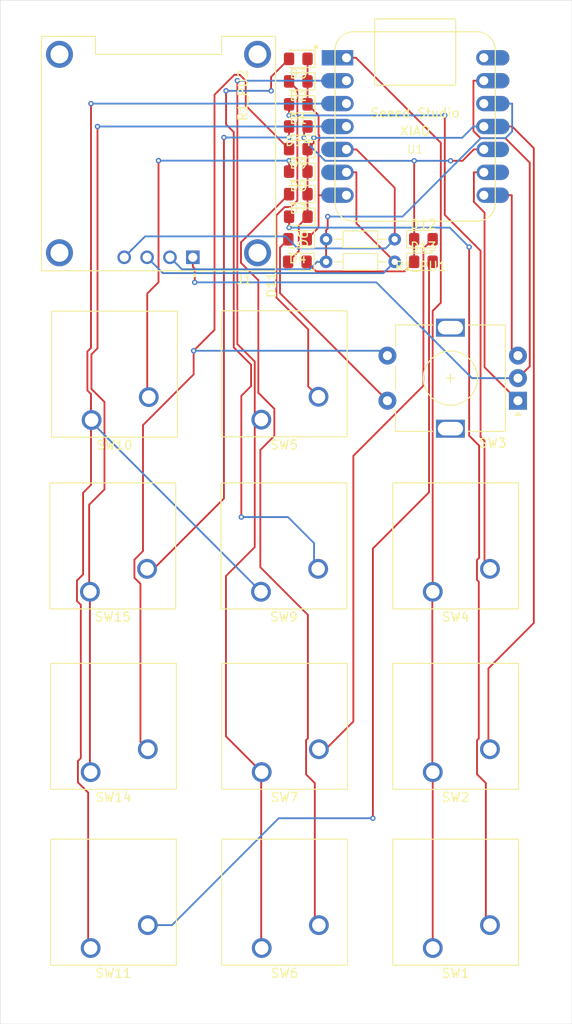
<source format=kicad_pcb>
(kicad_pcb (version 20241129) (generator "pcbnew") (generator_version "8.99")
  (layers (0 "F.Cu" signal) (2 "B.Cu" signal) (13 "F.Paste" user) (15 "B.Paste" user) (5 "F.SilkS" user "F.Silkscreen") (7 "B.SilkS" user "B.Silkscreen") (1 "F.Mask" user) (3 "B.Mask" user) (25 "Edge.Cuts" user))
  (net 0 "")
  (net 1 "ROW0")
  (net 2 "Net-(D1-A)")
  (net 3 "Net-(D2-A)")
  (net 4 "Net-(D3-A)")
  (net 5 "Net-(D4-A)")
  (net 6 "Net-(D6-A)")
  (net 7 "ROW1")
  (net 8 "Net-(D7-A)")
  (net 9 "Net-(D8-A)")
  (net 10 "Net-(D9-A)")
  (net 11 "ROW2")
  (net 12 "Net-(D12-A)")
  (net 13 "Net-(D13-A)")
  (net 14 "Net-(D14-A)")
  (net 15 "SCL")
  (net 16 "+3V3")
  (net 17 "SDA")
  (net 18 "COL0")
  (net 19 "COL1")
  (net 20 "COL2")
  (net 21 "COL3")
  (net 22 "GND")
  (net 23 "B")
  (net 24 "+5V")
  (net 25 "A")
  (footprint "Rotary_Encoder:RotaryEncoder_Alps_EC11E-Switch_Vertical_H20mm" (layer "F.Cu") (at 170 75.9 180)
    (property "Reference" "SW3" (at 2.8 -4.7 0) (layer "F.SilkS"))
    (property "Value" "RotaryEncoder_Switch")
    (pad "A" thru_hole rect (at 0 0 180) (size 2 2) (drill 1) (layers "*.Cu" "*.Mask") (net 25 "A"))
    (pad "B" thru_hole circle (at 0 5 180) (size 2 2) (drill 1) (layers "*.Cu" "*.Mask") (net 23 "B"))
    (pad "C" thru_hole circle (at 0 2.5 180) (size 2 2) (drill 1) (layers "*.Cu" "*.Mask") (net 22 "GND"))
    (pad "MP" thru_hole rect (at 7.5 -3.1 180) (size 3.2 2) (drill oval 2.8 1.5) (layers "*.Cu" "*.Mask"))
    (pad "MP" thru_hole rect (at 7.5 8.1 180) (size 3.2 2) (drill oval 2.8 1.5) (layers "*.Cu" "*.Mask"))
    (pad "S1" thru_hole circle (at 14.5 5 180) (size 2 2) (drill 1) (layers "*.Cu" "*.Mask") (net 10 "Net-(D9-A)"))
    (pad "S2" thru_hole circle (at 14.5 0 180) (size 2 2) (drill 1) (layers "*.Cu" "*.Mask") (net 5 "Net-(D4-A)"))
  )
  (footprint "Diode_SMD:D_0805_2012Metric_Pad1.15x1.40mm_HandSolder" (layer "F.Cu") (at 145.605 50.5 180)
    (property "Reference" "D8" (at 0 -1.65 0) (layer "F.SilkS"))
    (property "Value" "D")
    (pad "1" smd roundrect (at -1.025 0 180) (size 1.15 1.4) (layers "F.Cu" "F.Mask" "F.Paste") (roundrect_rratio 0.217391) (net 7 "ROW1"))
    (pad "2" smd roundrect (at 1.025 0 180) (size 1.15 1.4) (layers "F.Cu" "F.Mask" "F.Paste") (roundrect_rratio 0.217391) (net 9 "Net-(D8-A)"))
  )
  (footprint "Resistor_THT:R_Axial_DIN0204_L3.6mm_D1.6mm_P7.62mm_Horizontal" (layer "F.Cu") (at 156.31 60.5 180)
    (property "Reference" "R1_PU1" (at -2.88 -0.5 0) (layer "F.SilkS"))
    (property "Value" "4.7k")
    (pad "1" thru_hole circle (at 0 0 180) (size 1.4 1.4) (drill 0.7) (layers "*.Cu" "*.Mask") (net 15 "SCL"))
    (pad "2" thru_hole oval (at 7.62 0 180) (size 1.4 1.4) (drill 0.7) (layers "*.Cu" "*.Mask") (net 16 "+3V3"))
  )
  (footprint "Button_Switch_Keyboard:SW_Cherry_MX_1.00u_PCB" (layer "F.Cu") (at 141.5 78 180)
    (property "Reference" "SW5" (at -2.54 -2.794 0) (layer "F.SilkS"))
    (property "Value" "SW_Push")
    (pad "" np_thru_hole circle (at -7.62 5.08 180) (size 1.7 1.7) (drill 1.7) (layers "*.Cu" "*.Mask"))
    (pad "" np_thru_hole circle (at -2.54 5.08 180) (size 4 4) (drill 4) (layers "*.Cu" "*.Mask"))
    (pad "" np_thru_hole circle (at 2.54 5.08 180) (size 1.7 1.7) (drill 1.7) (layers "*.Cu" "*.Mask"))
    (pad "1" thru_hole circle (at 0 0 180) (size 2.2 2.2) (drill 1.5) (layers "*.Cu" "*.Mask") (net 19 "COL1"))
    (pad "2" thru_hole circle (at -6.35 2.54 180) (size 2.2 2.2) (drill 1.5) (layers "*.Cu" "*.Mask") (net 3 "Net-(D2-A)"))
  )
  (footprint "Diode_SMD:D_0805_2012Metric_Pad1.15x1.40mm_HandSolder" (layer "F.Cu") (at 145.605 48 180)
    (property "Reference" "D9" (at 0 -1.65 0) (layer "F.SilkS"))
    (property "Value" "D")
    (pad "1" smd roundrect (at -1.025 0 180) (size 1.15 1.4) (layers "F.Cu" "F.Mask" "F.Paste") (roundrect_rratio 0.217391) (net 7 "ROW1"))
    (pad "2" smd roundrect (at 1.025 0 180) (size 1.15 1.4) (layers "F.Cu" "F.Mask" "F.Paste") (roundrect_rratio 0.217391) (net 10 "Net-(D9-A)"))
  )
  (footprint "Diode_SMD:D_0805_2012Metric_Pad1.15x1.40mm_HandSolder" (layer "F.Cu") (at 145.605 43.04 180)
    (property "Reference" "D1" (at 0 -1.65 0) (layer "F.SilkS"))
    (property "Value" "D")
    (pad "1" smd roundrect (at -1.025 0 180) (size 1.15 1.4) (layers "F.Cu" "F.Mask" "F.Paste") (roundrect_rratio 0.217391) (net 1 "ROW0"))
    (pad "2" smd roundrect (at 1.025 0 180) (size 1.15 1.4) (layers "F.Cu" "F.Mask" "F.Paste") (roundrect_rratio 0.217391) (net 2 "Net-(D1-A)"))
  )
  (footprint "Diode_SMD:D_0805_2012Metric_Pad1.15x1.40mm_HandSolder" (layer "F.Cu") (at 159.5 60.5)
    (property "Reference" "D13" (at 0 -1.65 0) (layer "F.SilkS"))
    (property "Value" "D")
    (pad "1" smd roundrect (at -1.025 0) (size 1.15 1.4) (layers "F.Cu" "F.Mask" "F.Paste") (roundrect_rratio 0.217391) (net 11 "ROW2"))
    (pad "2" smd roundrect (at 1.025 0) (size 1.15 1.4) (layers "F.Cu" "F.Mask" "F.Paste") (roundrect_rratio 0.217391) (net 13 "Net-(D13-A)"))
  )
  (footprint "Diode_SMD:D_0805_2012Metric_Pad1.15x1.40mm_HandSolder" (layer "F.Cu") (at 145.525 58 180)
    (property "Reference" "D4" (at 0 -2.15 0) (layer "F.SilkS"))
    (property "Value" "D")
    (pad "1" smd roundrect (at -1.025 0 180) (size 1.15 1.4) (layers "F.Cu" "F.Mask" "F.Paste") (roundrect_rratio 0.217391) (net 1 "ROW0"))
    (pad "2" smd roundrect (at 1.025 0 180) (size 1.15 1.4) (layers "F.Cu" "F.Mask" "F.Paste") (roundrect_rratio 0.217391) (net 5 "Net-(D4-A)"))
  )
  (footprint "Diode_SMD:D_0805_2012Metric_Pad1.15x1.40mm_HandSolder" (layer "F.Cu") (at 159.5 58)
    (property "Reference" "D12" (at 0 -1.65 0) (layer "F.SilkS"))
    (property "Value" "D")
    (pad "1" smd roundrect (at -1.025 0) (size 1.15 1.4) (layers "F.Cu" "F.Mask" "F.Paste") (roundrect_rratio 0.217391) (net 11 "ROW2"))
    (pad "2" smd roundrect (at 1.025 0) (size 1.15 1.4) (layers "F.Cu" "F.Mask" "F.Paste") (roundrect_rratio 0.217391) (net 12 "Net-(D12-A)"))
  )
  (footprint "Resistor_THT:R_Axial_DIN0204_L3.6mm_D1.6mm_P7.62mm_Horizontal" (layer "F.Cu") (at 156.31 58 180)
    (property "Reference" "R1_PU2" (at 16.865 15.96 90) (layer "F.SilkS"))
    (property "Value" "4.7k")
    (pad "1" thru_hole circle (at 0 0 180) (size 1.4 1.4) (drill 0.7) (layers "*.Cu" "*.Mask") (net 17 "SDA"))
    (pad "2" thru_hole oval (at 7.62 0 180) (size 1.4 1.4) (drill 0.7) (layers "*.Cu" "*.Mask") (net 16 "+3V3"))
  )
  (footprint "mod:MODULE_DM-OLED096-636" (layer "F.Cu") (at 130.08 48.5 180)
    (property "Reference" "J1" (at -9.525 -13.97 0) (layer "F.SilkS"))
    (property "Value" "Conn_01x04_Pin")
    (pad "1" thru_hole rect (at -3.81 -11.5 180) (size 1.508 1.508) (drill 1) (layers "*.Cu" "*.Mask") (net 22 "GND"))
    (pad "2" thru_hole circle (at -1.27 -11.5 180) (size 1.508 1.508) (drill 1) (layers "*.Cu" "*.Mask") (net 16 "+3V3"))
    (pad "3" thru_hole circle (at 1.27 -11.5 180) (size 1.508 1.508) (drill 1) (layers "*.Cu" "*.Mask") (net 15 "SCL"))
    (pad "4" thru_hole circle (at 3.81 -11.5 180) (size 1.508 1.508) (drill 1) (layers "*.Cu" "*.Mask") (net 17 "SDA"))
    (pad "S1" thru_hole circle (at -11 -11 180) (size 3 3) (drill 2) (layers "*.Cu" "*.Mask"))
    (pad "S2" thru_hole circle (at 11 -11 180) (size 3 3) (drill 2) (layers "*.Cu" "*.Mask"))
    (pad "S3" thru_hole circle (at 11 11 180) (size 3 3) (drill 2) (layers "*.Cu" "*.Mask"))
    (pad "S4" thru_hole circle (at -11 11 180) (size 3 3) (drill 2) (layers "*.Cu" "*.Mask"))
  )
  (footprint "Button_Switch_Keyboard:SW_Cherry_MX_1.00u_PCB" (layer "F.Cu") (at 160.54 117.08 180)
    (property "Reference" "SW2" (at -2.54 -2.794 0) (layer "F.SilkS"))
    (property "Value" "SW_Push")
    (pad "" np_thru_hole circle (at -7.62 5.08 180) (size 1.7 1.7) (drill 1.7) (layers "*.Cu" "*.Mask"))
    (pad "" np_thru_hole circle (at -2.54 5.08 180) (size 4 4) (drill 4) (layers "*.Cu" "*.Mask"))
    (pad "" np_thru_hole circle (at 2.54 5.08 180) (size 1.7 1.7) (drill 1.7) (layers "*.Cu" "*.Mask"))
    (pad "1" thru_hole circle (at 0 0 180) (size 2.2 2.2) (drill 1.5) (layers "*.Cu" "*.Mask") (net 18 "COL0"))
    (pad "2" thru_hole circle (at -6.35 2.54 180) (size 2.2 2.2) (drill 1.5) (layers "*.Cu" "*.Mask") (net 7 "ROW1"))
  )
  (footprint "Diode_SMD:D_0805_2012Metric_Pad1.15x1.40mm_HandSolder" (layer "F.Cu") (at 145.605 38 180)
    (property "Reference" "D3" (at 0 -1.65 0) (layer "F.SilkS"))
    (property "Value" "D")
    (pad "1" smd roundrect (at -1.025 0 180) (size 1.15 1.4) (layers "F.Cu" "F.Mask" "F.Paste") (roundrect_rratio 0.217391) (net 1 "ROW0"))
    (pad "2" smd roundrect (at 1.025 0 180) (size 1.15 1.4) (layers "F.Cu" "F.Mask" "F.Paste") (roundrect_rratio 0.217391) (net 4 "Net-(D3-A)"))
  )
  (footprint "Diode_SMD:D_0805_2012Metric_Pad1.15x1.40mm_HandSolder" (layer "F.Cu") (at 145.5 60.5 180)
    (property "Reference" "D11" (at 2.875 -2.555 90) (layer "F.SilkS"))
    (property "Value" "D")
    (pad "1" smd roundrect (at -1.025 0 180) (size 1.15 1.4) (layers "F.Cu" "F.Mask" "F.Paste") (roundrect_rratio 0.217391) (net 11 "ROW2"))
    (pad "2" smd roundrect (at 1.025 0 180) (size 1.15 1.4) (layers "F.Cu" "F.Mask" "F.Paste") (roundrect_rratio 0.217391) (net 7 "ROW1"))
  )
  (footprint "Diode_SMD:D_0805_2012Metric_Pad1.15x1.40mm_HandSolder" (layer "F.Cu") (at 145.605 45.5 180)
    (property "Reference" "D14" (at 0 -1.65 0) (layer "F.SilkS"))
    (property "Value" "D")
    (pad "1" smd roundrect (at -1.025 0 180) (size 1.15 1.4) (layers "F.Cu" "F.Mask" "F.Paste") (roundrect_rratio 0.217391) (net 11 "ROW2"))
    (pad "2" smd roundrect (at 1.025 0 180) (size 1.15 1.4) (layers "F.Cu" "F.Mask" "F.Paste") (roundrect_rratio 0.217391) (net 14 "Net-(D14-A)"))
  )
  (footprint "Button_Switch_Keyboard:SW_Cherry_MX_1.00u_PCB" (layer "F.Cu") (at 122.46 97.08 180)
    (property "Reference" "SW15" (at -2.54 -2.794 0) (layer "F.SilkS"))
    (property "Value" "SW_Push")
    (pad "" np_thru_hole circle (at -7.62 5.08 180) (size 1.7 1.7) (drill 1.7) (layers "*.Cu" "*.Mask"))
    (pad "" np_thru_hole circle (at -2.54 5.08 180) (size 4 4) (drill 4) (layers "*.Cu" "*.Mask"))
    (pad "" np_thru_hole circle (at 2.54 5.08 180) (size 1.7 1.7) (drill 1.7) (layers "*.Cu" "*.Mask"))
    (pad "1" thru_hole circle (at 0 0 180) (size 2.2 2.2) (drill 1.5) (layers "*.Cu" "*.Mask") (net 21 "COL3"))
    (pad "2" thru_hole circle (at -6.35 2.54 180) (size 2.2 2.2) (drill 1.5) (layers "*.Cu" "*.Mask") (net 14 "Net-(D14-A)"))
  )
  (footprint "Diode_SMD:D_0805_2012Metric_Pad1.15x1.40mm_HandSolder" (layer "F.Cu") (at 145.605 53 180)
    (property "Reference" "D7" (at 0 -1.65 0) (layer "F.SilkS"))
    (property "Value" "D")
    (pad "1" smd roundrect (at -1.025 0 180) (size 1.15 1.4) (layers "F.Cu" "F.Mask" "F.Paste") (roundrect_rratio 0.217391) (net 7 "ROW1"))
    (pad "2" smd roundrect (at 1.025 0 180) (size 1.15 1.4) (layers "F.Cu" "F.Mask" "F.Paste") (roundrect_rratio 0.217391) (net 8 "Net-(D7-A)"))
  )
  (footprint "Button_Switch_Keyboard:SW_Cherry_MX_1.00u_PCB" (layer "F.Cu") (at 160.54 136.58 180)
    (property "Reference" "SW1" (at -2.54 -2.794 0) (layer "F.SilkS"))
    (property "Value" "SW_Push")
    (pad "" np_thru_hole circle (at -7.62 5.08 180) (size 1.7 1.7) (drill 1.7) (layers "*.Cu" "*.Mask"))
    (pad "" np_thru_hole circle (at -2.54 5.08 180) (size 4 4) (drill 4) (layers "*.Cu" "*.Mask"))
    (pad "" np_thru_hole circle (at 2.54 5.08 180) (size 1.7 1.7) (drill 1.7) (layers "*.Cu" "*.Mask"))
    (pad "1" thru_hole circle (at 0 0 180) (size 2.2 2.2) (drill 1.5) (layers "*.Cu" "*.Mask") (net 18 "COL0"))
    (pad "2" thru_hole circle (at -6.35 2.54 180) (size 2.2 2.2) (drill 1.5) (layers "*.Cu" "*.Mask") (net 6 "Net-(D6-A)"))
  )
  (footprint "Button_Switch_Keyboard:SW_Cherry_MX_1.00u_PCB" (layer "F.Cu") (at 122.54 136.58 180)
    (property "Reference" "SW11" (at -2.54 -2.794 0) (layer "F.SilkS"))
    (property "Value" "SW_Push")
    (pad "" np_thru_hole circle (at -7.62 5.08 180) (size 1.7 1.7) (drill 1.7) (layers "*.Cu" "*.Mask"))
    (pad "" np_thru_hole circle (at -2.54 5.08 180) (size 4 4) (drill 4) (layers "*.Cu" "*.Mask"))
    (pad "" np_thru_hole circle (at 2.54 5.08 180) (size 1.7 1.7) (drill 1.7) (layers "*.Cu" "*.Mask"))
    (pad "1" thru_hole circle (at 0 0 180) (size 2.2 2.2) (drill 1.5) (layers "*.Cu" "*.Mask") (net 20 "COL2"))
    (pad "2" thru_hole circle (at -6.35 2.54 180) (size 2.2 2.2) (drill 1.5) (layers "*.Cu" "*.Mask") (net 13 "Net-(D13-A)"))
  )
  (footprint "Button_Switch_Keyboard:SW_Cherry_MX_1.00u_PCB" (layer "F.Cu") (at 122.65 78.04 180)
    (property "Reference" "SW10" (at -2.54 -2.794 0) (layer "F.SilkS"))
    (property "Value" "SW_Push")
    (pad "" np_thru_hole circle (at -7.62 5.08 180) (size 1.7 1.7) (drill 1.7) (layers "*.Cu" "*.Mask"))
    (pad "" np_thru_hole circle (at -2.54 5.08 180) (size 4 4) (drill 4) (layers "*.Cu" "*.Mask"))
    (pad "" np_thru_hole circle (at 2.54 5.08 180) (size 1.7 1.7) (drill 1.7) (layers "*.Cu" "*.Mask"))
    (pad "1" thru_hole circle (at 0 0 180) (size 2.2 2.2) (drill 1.5) (layers "*.Cu" "*.Mask") (net 20 "COL2"))
    (pad "2" thru_hole circle (at -6.35 2.54 180) (size 2.2 2.2) (drill 1.5) (layers "*.Cu" "*.Mask") (net 9 "Net-(D8-A)"))
  )
  (footprint "Button_Switch_Keyboard:SW_Cherry_MX_1.00u_PCB" (layer "F.Cu") (at 141.54 136.58 180)
    (property "Reference" "SW6" (at -2.54 -2.794 0) (layer "F.SilkS"))
    (property "Value" "SW_Push")
    (pad "" np_thru_hole circle (at -7.62 5.08 180) (size 1.7 1.7) (drill 1.7) (layers "*.Cu" "*.Mask"))
    (pad "" np_thru_hole circle (at -2.54 5.08 180) (size 4 4) (drill 4) (layers "*.Cu" "*.Mask"))
    (pad "" np_thru_hole circle (at 2.54 5.08 180) (size 1.7 1.7) (drill 1.7) (layers "*.Cu" "*.Mask"))
    (pad "1" thru_hole circle (at 0 0 180) (size 2.2 2.2) (drill 1.5) (layers "*.Cu" "*.Mask") (net 19 "COL1"))
    (pad "2" thru_hole circle (at -6.35 2.54 180) (size 2.2 2.2) (drill 1.5) (layers "*.Cu" "*.Mask") (net 8 "Net-(D7-A)"))
  )
  (footprint "Diode_SMD:D_0805_2012Metric_Pad1.15x1.40mm_HandSolder" (layer "F.Cu") (at 145.605 40.5 180)
    (property "Reference" "D2" (at 0 -1.65 0) (layer "F.SilkS"))
    (property "Value" "D")
    (pad "1" smd roundrect (at -1.025 0 180) (size 1.15 1.4) (layers "F.Cu" "F.Mask" "F.Paste") (roundrect_rratio 0.217391) (net 1 "ROW0"))
    (pad "2" smd roundrect (at 1.025 0 180) (size 1.15 1.4) (layers "F.Cu" "F.Mask" "F.Paste") (roundrect_rratio 0.217391) (net 3 "Net-(D2-A)"))
  )
  (footprint "Button_Switch_Keyboard:SW_Cherry_MX_1.00u_PCB" (layer "F.Cu") (at 141.54 117.08 180)
    (property "Reference" "SW7" (at -2.54 -2.794 0) (layer "F.SilkS"))
    (property "Value" "SW_Push")
    (pad "" np_thru_hole circle (at -7.62 5.08 180) (size 1.7 1.7) (drill 1.7) (layers "*.Cu" "*.Mask"))
    (pad "" np_thru_hole circle (at -2.54 5.08 180) (size 4 4) (drill 4) (layers "*.Cu" "*.Mask"))
    (pad "" np_thru_hole circle (at 2.54 5.08 180) (size 1.7 1.7) (drill 1.7) (layers "*.Cu" "*.Mask"))
    (pad "1" thru_hole circle (at 0 0 180) (size 2.2 2.2) (drill 1.5) (layers "*.Cu" "*.Mask") (net 19 "COL1"))
    (pad "2" thru_hole circle (at -6.35 2.54 180) (size 2.2 2.2) (drill 1.5) (layers "*.Cu" "*.Mask") (net 12 "Net-(D12-A)"))
  )
  (footprint "Button_Switch_Keyboard:SW_Cherry_MX_1.00u_PCB" (layer "F.Cu") (at 122.54 117.08 180)
    (property "Reference" "SW14" (at -2.54 -2.794 0) (layer "F.SilkS"))
    (property "Value" "SW_Push")
    (pad "" np_thru_hole circle (at -7.62 5.08 180) (size 1.7 1.7) (drill 1.7) (layers "*.Cu" "*.Mask"))
    (pad "" np_thru_hole circle (at -2.54 5.08 180) (size 4 4) (drill 4) (layers "*.Cu" "*.Mask"))
    (pad "" np_thru_hole circle (at 2.54 5.08 180) (size 1.7 1.7) (drill 1.7) (layers "*.Cu" "*.Mask"))
    (pad "1" thru_hole circle (at 0 0 180) (size 2.2 2.2) (drill 1.5) (layers "*.Cu" "*.Mask") (net 21 "COL3"))
    (pad "2" thru_hole circle (at -6.35 2.54 180) (size 2.2 2.2) (drill 1.5) (layers "*.Cu" "*.Mask") (net 10 "Net-(D9-A)"))
  )
  (footprint "Diode_SMD:D_0805_2012Metric_Pad1.15x1.40mm_HandSolder" (layer "F.Cu") (at 145.605 55.5 180)
    (property "Reference" "D6" (at -0.545 -2.475 90) (layer "F.SilkS"))
    (property "Value" "D")
    (pad "1" smd roundrect (at -1.025 0 180) (size 1.15 1.4) (layers "F.Cu" "F.Mask" "F.Paste") (roundrect_rratio 0.217391) (net 7 "ROW1"))
    (pad "2" smd roundrect (at 1.025 0 180) (size 1.15 1.4) (layers "F.Cu" "F.Mask" "F.Paste") (roundrect_rratio 0.217391) (net 6 "Net-(D6-A)"))
  )
  (footprint "footprints:XIAO-Generic-Hybrid-14P-2.54-21X17.8MM" (layer "F.Cu") (at 158.58 45.5)
    (property "Reference" "U1" (at 0 2.54 0) (layer "F.SilkS") (effects (font (size 0.889 0.889) (thickness 0.1016))))
    (property "Value" "MOUDLE-SEEEDUINO-XIAO" (hide yes))
    (fp_text user "Seeed Studio" (at 0 -1.5 0) (layer "F.SilkS"))
    (fp_text user "XIAO" (at 0 0.5 0) (layer "F.SilkS"))
    (pad "1" thru_hole rect (at -7.625 -7.62) (size 3.5 1.7) (drill 1 (offset -1 0)) (layers "*.Cu" "*.Mask") (net 18 "COL0"))
    (pad "2" thru_hole oval (at -7.625 -5.08) (size 3.6 1.7) (drill 1 (offset -1 0)) (layers "*.Cu" "*.Mask") (net 19 "COL1"))
    (pad "3" thru_hole oval (at -7.625 -2.54) (size 3.6 1.7) (drill 1 (offset -1 0)) (layers "*.Cu" "*.Mask") (net 20 "COL2"))
    (pad "4" thru_hole oval (at -7.625 0) (size 3.6 1.7) (drill 1 (offset -1 0)) (layers "*.Cu" "*.Mask") (net 21 "COL3"))
    (pad "5" thru_hole oval (at -7.625 2.54) (size 3.6 1.7) (drill 1 (offset -1 0)) (layers "*.Cu" "*.Mask") (net 17 "SDA"))
    (pad "6" thru_hole oval (at -7.625 5.08 180) (size 3.6 1.7) (drill 1 (offset 1 0)) (layers "*.Cu" "*.Mask") (net 15 "SCL"))
    (pad "7" thru_hole oval (at -7.625 7.62) (size 3.6 1.7) (drill 1 (offset -1 0)) (layers "*.Cu" "*.Mask") (net 1 "ROW0"))
    (pad "8" thru_hole oval (at 7.625 7.62) (size 3.6 1.7) (drill 1 (offset 1 0)) (layers "*.Cu" "*.Mask") (net 23 "B"))
    (pad "9" thru_hole oval (at 7.625 5.08) (size 3.6 1.7) (drill 1 (offset 1 0)) (layers "*.Cu" "*.Mask") (net 25 "A"))
    (pad "10" thru_hole oval (at 7.625 2.54) (size 3.6 1.7) (drill 1 (offset 1 0)) (layers "*.Cu" "*.Mask") (net 11 "ROW2"))
    (pad "11" thru_hole oval (at 7.625 0) (size 3.7 1.7) (drill 1 (offset 1 0)) (layers "*.Cu" "*.Mask") (net 7 "ROW1"))
    (pad "12" thru_hole oval (at 7.625 -2.54) (size 3.7 1.7) (drill 1 (offset 1 0)) (layers "*.Cu" "*.Mask") (net 16 "+3V3"))
    (pad "13" thru_hole oval (at 7.625 -5.08) (size 3.7 1.7) (drill 1 (offset 1 0)) (layers "*.Cu" "*.Mask") (net 22 "GND"))
    (pad "14" thru_hole oval (at 7.625 -7.62) (size 3.7 1.7) (drill 1 (offset 1 0)) (layers "*.Cu" "*.Mask") (net 24 "+5V"))
  )
  (footprint "Button_Switch_Keyboard:SW_Cherry_MX_1.00u_PCB" (layer "F.Cu") (at 160.54 97.08 180)
    (property "Reference" "SW4" (at -2.54 -2.794 0) (layer "F.SilkS"))
    (property "Value" "SW_Push")
    (pad "" np_thru_hole circle (at -7.62 5.08 180) (size 1.7 1.7) (drill 1.7) (layers "*.Cu" "*.Mask"))
    (pad "" np_thru_hole circle (at -2.54 5.08 180) (size 4 4) (drill 4) (layers "*.Cu" "*.Mask"))
    (pad "" np_thru_hole circle (at 2.54 5.08 180) (size 1.7 1.7) (drill 1.7) (layers "*.Cu" "*.Mask"))
    (pad "1" thru_hole circle (at 0 0 180) (size 2.2 2.2) (drill 1.5) (layers "*.Cu" "*.Mask") (net 18 "COL0"))
    (pad "2" thru_hole circle (at -6.35 2.54 180) (size 2.2 2.2) (drill 1.5) (layers "*.Cu" "*.Mask") (net 2 "Net-(D1-A)"))
  )
  (footprint "Button_Switch_Keyboard:SW_Cherry_MX_1.00u_PCB" (layer "F.Cu") (at 141.46 97.08 180)
    (property "Reference" "SW9" (at -2.54 -2.794 0) (layer "F.SilkS"))
    (property "Value" "SW_Push")
    (pad "" np_thru_hole circle (at -7.62 5.08 180) (size 1.7 1.7) (drill 1.7) (layers "*.Cu" "*.Mask"))
    (pad "" np_thru_hole circle (at -2.54 5.08 180) (size 4 4) (drill 4) (layers "*.Cu" "*.Mask"))
    (pad "" np_thru_hole circle (at 2.54 5.08 180) (size 1.7 1.7) (drill 1.7) (layers "*.Cu" "*.Mask"))
    (pad "1" thru_hole circle (at 0 0 180) (size 2.2 2.2) (drill 1.5) (layers "*.Cu" "*.Mask") (net 20 "COL2"))
    (pad "2" thru_hole circle (at -6.35 2.54 180) (size 2.2 2.2) (drill 1.5) (layers "*.Cu" "*.Mask") (net 4 "Net-(D3-A)"))
  )
  (gr_rect (start 112.5 31.5) (end 176 145) (stroke (width 0.05)) (fill no) (layer "Edge.Cuts"))
  (segment (start 147.8533 56.6967) (end 147.8533 53.12) (width 0.2) (layer "F.Cu") (net 1))
  (segment (start 147.8533 53.12) (end 147.8533 47.0813) (width 0.2) (layer "F.Cu") (net 1))
  (segment (start 146.63 38) (end 146.63 40.5) (width 0.2) (layer "F.Cu") (net 1))
  (segment (start 150.955 53.12) (end 147.8533 53.12) (width 0.2) (layer "F.Cu") (net 1))
  (segment (start 147.8533 47.0813) (end 147.9354 46.9992) (width 0.2) (layer "F.Cu") (net 1))
  (segment (start 147.9354 46.9992) (end 147.9354 46.5008) (width 0.2) (layer "F.Cu") (net 1))
  (segment (start 147.8533 46.4187) (end 147.8533 44.2633) (width 0.2) (layer "F.Cu") (net 1))
  (segment (start 146.55 58) (end 147.8533 56.6967) (width 0.2) (layer "F.Cu") (net 1))
  (segment (start 147.8533 44.2633) (end 146.63 43.04) (width 0.2) (layer "F.Cu") (net 1))
  (segment (start 147.9354 46.5008) (end 147.8533 46.4187) (width 0.2) (layer "F.Cu") (net 1))
  (segment (start 146.63 40.5) (end 146.63 43.04) (width 0.2) (layer "F.Cu") (net 1))
  (segment (start 161.8704 55.3011) (end 161.8704 44.27) (width 0.2) (layer "F.Cu") (net 2))
  (segment (start 166.2816 93.9316) (end 166.2816 80.3456) (width 0.2) (layer "F.Cu") (net 2))
  (segment (start 166.89 94.54) (end 166.2816 93.9316) (width 0.2) (layer "F.Cu") (net 2))
  (segment (start 165.8446 59.2753) (end 161.8704 55.3011) (width 0.2) (layer "F.Cu") (net 2))
  (segment (start 144.58 43.04) (end 144.58 44.27) (width 0.2) (layer "F.Cu") (net 2))
  (segment (start 165.8446 79.9086) (end 165.8446 59.2753) (width 0.2) (layer "F.Cu") (net 2))
  (segment (start 166.2816 80.3456) (end 165.8446 79.9086) (width 0.2) (layer "F.Cu") (net 2))
  (via (at 144.58 44.27) (size 0.6) (drill 0.3) (layers "F.Cu" "B.Cu") (net 2))
  (via (at 161.8704 44.27) (size 0.6) (drill 0.3) (layers "F.Cu" "B.Cu") (net 2))
  (segment (start 144.58 44.27) (end 161.8704 44.27) (width 0.2) (layer "B.Cu") (net 2))
  (segment (start 145.5013 53.7062) (end 145.5013 41.4213) (width 0.2) (layer "F.Cu") (net 3))
  (segment (start 143.168 64.4598) (end 143.168 55.3428) (width 0.2) (layer "F.Cu") (net 3))
  (segment (start 146.7047 67.9965) (end 143.168 64.4598) (width 0.2) (layer "F.Cu") (net 3))
  (segment (start 145.5013 41.4213) (end 144.58 40.5) (width 0.2) (layer "F.Cu") (net 3))
  (segment (start 144.079 54.4318) (end 144.7757 54.4318) (width 0.2) (layer "F.Cu") (net 3))
  (segment (start 147.85 75.46) (end 146.7047 74.3147) (width 0.2) (layer "F.Cu") (net 3))
  (segment (start 146.7047 74.3147) (end 146.7047 67.9965) (width 0.2) (layer "F.Cu") (net 3))
  (segment (start 144.7757 54.4318) (end 145.5013 53.7062) (width 0.2) (layer "F.Cu") (net 3))
  (segment (start 143.168 55.3428) (end 144.079 54.4318) (width 0.2) (layer "F.Cu") (net 3))
  (segment (start 137.5815 45.2638) (end 137.5815 41.5425) (width 0.2) (layer "F.Cu") (net 4))
  (segment (start 144.58 38) (end 142.585 39.995) (width 0.2) (layer "F.Cu") (net 4))
  (segment (start 140.3617 71.92) (end 138.435 69.9933) (width 0.2) (layer "F.Cu") (net 4))
  (segment (start 139.2769 75.3623) (end 140.3617 74.2775) (width 0.2) (layer "F.Cu") (net 4))
  (segment (start 138.435 46.1173) (end 137.5815 45.2638) (width 0.2) (layer "F.Cu") (net 4))
  (segment (start 139.2769 88.8032) (end 139.2769 75.3623) (width 0.2) (layer "F.Cu") (net 4))
  (segment (start 140.3617 74.2775) (end 140.3617 71.92) (width 0.2) (layer "F.Cu") (net 4))
  (segment (start 142.585 39.995) (end 142.585 41.5425) (width 0.2) (layer "F.Cu") (net 4))
  (segment (start 138.435 69.9933) (end 138.435 46.1173) (width 0.2) (layer "F.Cu") (net 4))
  (via (at 139.2769 88.8032) (size 0.6) (drill 0.3) (layers "F.Cu" "B.Cu") (net 4))
  (via (at 142.585 41.5425) (size 0.6) (drill 0.3) (layers "F.Cu" "B.Cu") (net 4))
  (via (at 137.5815 41.5425) (size 0.6) (drill 0.3) (layers "F.Cu" "B.Cu") (net 4))
  (segment (start 147.3532 94.0832) (end 147.3532 91.6941) (width 0.2) (layer "B.Cu") (net 4))
  (segment (start 147.3532 91.6941) (end 144.4623 88.8032) (width 0.2) (layer "B.Cu") (net 4))
  (segment (start 144.4623 88.8032) (end 139.2769 88.8032) (width 0.2) (layer "B.Cu") (net 4))
  (segment (start 137.5815 41.5425) (end 142.585 41.5425) (width 0.2) (layer "B.Cu") (net 4))
  (segment (start 147.81 94.54) (end 147.3532 94.0832) (width 0.2) (layer "B.Cu") (net 4))
  (segment (start 143.5727 63.9727) (end 155.5 75.9) (width 0.2) (layer "F.Cu") (net 5))
  (segment (start 144.5 58) (end 143.5727 58.9273) (width 0.2) (layer "F.Cu") (net 5))
  (segment (start 143.5727 58.9273) (end 143.5727 63.9727) (width 0.2) (layer "F.Cu") (net 5))
  (segment (start 166.4332 133.5832) (end 166.4332 118.2916) (width 0.2) (layer "F.Cu") (net 6))
  (segment (start 144.58 55.5) (end 144.58 56.71) (width 0.2) (layer "F.Cu") (net 6))
  (segment (start 165.6463 95.9714) (end 165.4431 95.7682) (width 0.2) (layer "F.Cu") (net 6))
  (segment (start 165.4519 117.3103) (end 165.4519 113.5535) (width 0.2) (layer "F.Cu") (net 6))
  (segment (start 166.4332 118.2916) (end 165.4519 117.3103) (width 0.2) (layer "F.Cu") (net 6))
  (segment (start 165.4431 95.7682) (end 165.4431 93.5623) (width 0.2) (layer "F.Cu") (net 6))
  (segment (start 165.4519 113.5535) (end 165.6463 113.3591) (width 0.2) (layer "F.Cu") (net 6))
  (segment (start 166.89 134.04) (end 166.4332 133.5832) (width 0.2) (layer "F.Cu") (net 6))
  (segment (start 165.6463 113.3591) (end 165.6463 95.9714) (width 0.2) (layer "F.Cu") (net 6))
  (segment (start 165.6861 93.3193) (end 165.6861 80.8828) (width 0.2) (layer "F.Cu") (net 6))
  (segment (start 165.6861 80.8828) (end 164.5807 79.7774) (width 0.2) (layer "F.Cu") (net 6))
  (segment (start 165.4431 93.5623) (end 165.6861 93.3193) (width 0.2) (layer "F.Cu") (net 6))
  (segment (start 164.5807 79.7774) (end 164.5807 58.8638) (width 0.2) (layer "F.Cu") (net 6))
  (via (at 164.5807 58.8638) (size 0.6) (drill 0.3) (layers "F.Cu" "B.Cu") (net 6))
  (via (at 144.58 56.71) (size 0.6) (drill 0.3) (layers "F.Cu" "B.Cu") (net 6))
  (segment (start 162.4269 56.71) (end 164.5807 58.8638) (width 0.2) (layer "B.Cu") (net 6))
  (segment (start 144.58 56.71) (end 162.4269 56.71) (width 0.2) (layer "B.Cu") (net 6))
  (segment (start 171.7579 100.5437) (end 171.7579 47.9012) (width 0.2) (layer "F.Cu") (net 7))
  (segment (start 145.6578 56.4722) (end 146.63 55.5) (width 0.2) (layer "F.Cu") (net 7))
  (segment (start 146.63 53) (end 146.63 55.5) (width 0.2) (layer "F.Cu") (net 7))
  (segment (start 146.63 50.5) (end 146.63 48) (width 0.2) (layer "F.Cu") (net 7))
  (segment (start 166.89 114.54) (end 166.7187 114.3687) (width 0.2) (layer "F.Cu") (net 7))
  (segment (start 144.475 60.5) (end 145.6578 59.3172) (width 0.2) (layer "F.Cu") (net 7))
  (segment (start 166.205 45.5) (end 169.3567 45.5) (width 0.2) (layer "F.Cu") (net 7))
  (segment (start 147.3337 47.2963) (end 147.3337 46.75) (width 0.2) (layer "F.Cu") (net 7))
  (segment (start 145.6578 59.3172) (end 145.6578 56.4722) (width 0.2) (layer "F.Cu") (net 7))
  (segment (start 146.63 48) (end 147.3337 47.2963) (width 0.2) (layer "F.Cu") (net 7))
  (segment (start 171.7579 47.9012) (end 169.3567 45.5) (width 0.2) (layer "F.Cu") (net 7))
  (segment (start 146.63 53) (end 146.63 50.5) (width 0.2) (layer "F.Cu") (net 7))
  (segment (start 166.7187 105.5829) (end 171.7579 100.5437) (width 0.2) (layer "F.Cu") (net 7))
  (segment (start 166.7187 114.3687) (end 166.7187 105.5829) (width 0.2) (layer "F.Cu") (net 7))
  (via (at 147.3337 46.75) (size 0.6) (drill 0.3) (layers "F.Cu" "B.Cu") (net 7))
  (segment (start 163.8033 46.75) (end 165.0533 45.5) (width 0.2) (layer "B.Cu") (net 7))
  (segment (start 166.205 45.5) (end 165.0533 45.5) (width 0.2) (layer "B.Cu") (net 7))
  (segment (start 147.3337 46.75) (end 163.8033 46.75) (width 0.2) (layer "B.Cu") (net 7))
  (segment (start 141.3891 94.3659) (end 141.3891 81.3575) (width 0.2) (layer "F.Cu") (net 8))
  (segment (start 146.6656 113.3398) (end 146.6656 99.6424) (width 0.2) (layer "F.Cu") (net 8))
  (segment (start 142.9432 79.8034) (end 142.9432 76.8) (width 0.2) (layer "F.Cu") (net 8))
  (segment (start 141.1651 75.0219) (end 141.1651 62.5433) (width 0.2) (layer "F.Cu") (net 8))
  (segment (start 147.4332 133.5832) (end 147.4332 118.2916) (width 0.2) (layer "F.Cu") (net 8))
  (segment (start 141.1651 62.5433) (end 139.2384 60.6166) (width 0.2) (layer "F.Cu") (net 8))
  (segment (start 146.4694 117.3278) (end 146.4694 113.536) (width 0.2) (layer "F.Cu") (net 8))
  (segment (start 142.9432 76.8) (end 141.1651 75.0219) (width 0.2) (layer "F.Cu") (net 8))
  (segment (start 147.89 134.04) (end 147.4332 133.5832) (width 0.2) (layer "F.Cu") (net 8))
  (segment (start 139.2384 58.3416) (end 144.58 53) (width 0.2) (layer "F.Cu") (net 8))
  (segment (start 139.2384 60.6166) (end 139.2384 58.3416) (width 0.2) (layer "F.Cu") (net 8))
  (segment (start 147.4332 118.2916) (end 146.4694 117.3278) (width 0.2) (layer "F.Cu") (net 8))
  (segment (start 146.4694 113.536) (end 146.6656 113.3398) (width 0.2) (layer "F.Cu") (net 8))
  (segment (start 146.6656 99.6424) (end 141.3891 94.3659) (width 0.2) (layer "F.Cu") (net 8))
  (segment (start 141.3891 81.3575) (end 142.9432 79.8034) (width 0.2) (layer "F.Cu") (net 8))
  (segment (start 128.8287 64.0157) (end 130.08 62.7644) (width 0.2) (layer "F.Cu") (net 9))
  (segment (start 128.8287 75.3287) (end 128.8287 64.0157) (width 0.2) (layer "F.Cu") (net 9))
  (segment (start 144.58 50.5) (end 144.58 49.2825) (width 0.2) (layer "F.Cu") (net 9))
  (segment (start 129 75.5) (end 128.8287 75.3287) (width 0.2) (layer "F.Cu") (net 9))
  (segment (start 130.08 62.7644) (end 130.08 49.2825) (width 0.2) (layer "F.Cu") (net 9))
  (via (at 130.08 49.2825) (size 0.6) (drill 0.3) (layers "F.Cu" "B.Cu") (net 9))
  (via (at 144.58 49.2825) (size 0.6) (drill 0.3) (layers "F.Cu" "B.Cu") (net 9))
  (segment (start 130.08 49.2825) (end 144.58 49.2825) (width 0.2) (layer "B.Cu") (net 9))
  (segment (start 127.4031 93.5223) (end 128.3532 92.5722) (width 0.2) (layer "F.Cu") (net 10))
  (segment (start 136.2974 41.9758) (end 136.2974 68.0433) (width 0.2) (layer "F.Cu") (net 10))
  (segment (start 138.5005 39.7727) (end 136.2974 41.9758) (width 0.2) (layer "F.Cu") (net 10))
  (segment (start 139.7607 43.1807) (end 139.7607 40.4269) (width 0.2) (layer "F.Cu") (net 10))
  (segment (start 128.89 114.54) (end 128.0729 113.7229) (width 0.2) (layer "F.Cu") (net 10))
  (segment (start 127.4031 95.533) (end 127.4031 93.5223) (width 0.2) (layer "F.Cu") (net 10))
  (segment (start 128.0729 96.2028) (end 127.4031 95.533) (width 0.2) (layer "F.Cu") (net 10))
  (segment (start 133.981 72.9814) (end 133.981 70.3597) (width 0.2) (layer "F.Cu") (net 10))
  (segment (start 128.0729 113.7229) (end 128.0729 96.2028) (width 0.2) (layer "F.Cu") (net 10))
  (segment (start 139.1065 39.7727) (end 138.5005 39.7727) (width 0.2) (layer "F.Cu") (net 10))
  (segment (start 144.58 48) (end 139.7607 43.1807) (width 0.2) (layer "F.Cu") (net 10))
  (segment (start 136.2974 68.0433) (end 133.981 70.3597) (width 0.2) (layer "F.Cu") (net 10))
  (segment (start 128.3532 92.5722) (end 128.3532 78.6092) (width 0.2) (layer "F.Cu") (net 10))
  (segment (start 128.3532 78.6092) (end 133.981 72.9814) (width 0.2) (layer "F.Cu") (net 10))
  (segment (start 139.7607 40.4269) (end 139.1065 39.7727) (width 0.2) (layer "F.Cu") (net 10))
  (via (at 133.981 70.3597) (size 0.6) (drill 0.3) (layers "F.Cu" "B.Cu") (net 10))
  (segment (start 155.5 70.9) (end 154.9597 70.3597) (width 0.2) (layer "B.Cu") (net 10))
  (segment (start 154.9597 70.3597) (end 133.981 70.3597) (width 0.2) (layer "B.Cu") (net 10))
  (segment (start 157.4144 61.5606) (end 147.5856 61.5606) (width 0.2) (layer "F.Cu") (net 11))
  (segment (start 166.205 48.04) (end 165.1033 48.04) (width 0.2) (layer "F.Cu") (net 11))
  (segment (start 158.475 58) (end 158.475 49.3004) (width 0.2) (layer "F.Cu") (net 11))
  (segment (start 147.5856 61.5606) (end 146.525 60.5) (width 0.2) (layer "F.Cu") (net 11))
  (segment (start 163.8429 49.3004) (end 165.1033 48.04) (width 0.2) (layer "F.Cu") (net 11))
  (segment (start 162.5136 49.3004) (end 163.8429 49.3004) (width 0.2) (layer "F.Cu") (net 11))
  (segment (start 146.2473 45.8827) (end 146.63 45.5) (width 0.2) (layer "F.Cu") (net 11))
  (segment (start 146.2473 46.75) (end 146.2473 45.8827) (width 0.2) (layer "F.Cu") (net 11))
  (segment (start 158.475 60.5) (end 158.475 58) (width 0.2) (layer "F.Cu") (net 11))
  (segment (start 158.475 60.5) (end 157.4144 61.5606) (width 0.2) (layer "F.Cu") (net 11))
  (via (at 162.5136 49.3004) (size 0.6) (drill 0.3) (layers "F.Cu" "B.Cu") (net 11))
  (via (at 146.2473 46.75) (size 0.6) (drill 0.3) (layers "F.Cu" "B.Cu") (net 11))
  (via (at 158.475 49.3004) (size 0.6) (drill 0.3) (layers "F.Cu" "B.Cu") (net 11))
  (segment (start 146.2473 46.978) (end 148.5697 49.3004) (width 0.2) (layer "B.Cu") (net 11))
  (segment (start 146.2473 46.75) (end 146.2473 46.978) (width 0.2) (layer "B.Cu") (net 11))
  (segment (start 158.475 49.3004) (end 162.5136 49.3004) (width 0.2) (layer "B.Cu") (net 11))
  (segment (start 148.5697 49.3004) (end 158.475 49.3004) (width 0.2) (layer "B.Cu") (net 11))
  (segment (start 148.6463 114.54) (end 147.89 114.54) (width 0.2) (layer "F.Cu") (net 12))
  (segment (start 160.525 58) (end 159.5 59.025) (width 0.2) (layer "F.Cu") (net 12))
  (segment (start 159.5 59.025) (end 159.5 74.2308) (width 0.2) (layer "F.Cu") (net 12))
  (segment (start 151.7187 111.4676) (end 148.6463 114.54) (width 0.2) (layer "F.Cu") (net 12))
  (segment (start 151.7187 82.0121) (end 151.7187 111.4676) (width 0.2) (layer "F.Cu") (net 12))
  (segment (start 159.5 74.2308) (end 151.7187 82.0121) (width 0.2) (layer "F.Cu") (net 12))
  (segment (start 153.8861 92.289) (end 153.8861 122.1914) (width 0.2) (layer "F.Cu") (net 13))
  (segment (start 160.1233 86.0518) (end 153.8861 92.289) (width 0.2) (layer "F.Cu") (net 13))
  (segment (start 160.525 60.5) (end 160.1233 60.9017) (width 0.2) (layer "F.Cu") (net 13))
  (segment (start 160.1233 60.9017) (end 160.1233 86.0518) (width 0.2) (layer "F.Cu") (net 13))
  (via (at 153.8861 122.1914) (size 0.6) (drill 0.3) (layers "F.Cu" "B.Cu") (net 13))
  (segment (start 131.5789 134.04) (end 143.4275 122.1914) (width 0.2) (layer "B.Cu") (net 13))
  (segment (start 143.4275 122.1914) (end 153.8861 122.1914) (width 0.2) (layer "B.Cu") (net 13))
  (segment (start 128.89 134.04) (end 131.5789 134.04) (width 0.2) (layer "B.Cu") (net 13))
  (segment (start 144.58 45.5) (end 144.58 46.7175) (width 0.2) (layer "F.Cu") (net 14))
  (segment (start 128.81 94.54) (end 129.5427 94.54) (width 0.2) (layer "F.Cu") (net 14))
  (segment (start 137.3447 86.738) (end 137.3447 46.7175) (width 0.2) (layer "F.Cu") (net 14))
  (segment (start 129.5427 94.54) (end 137.3447 86.738) (width 0.2) (layer "F.Cu") (net 14))
  (via (at 144.58 46.7175) (size 0.6) (drill 0.3) (layers "F.Cu" "B.Cu") (net 14))
  (via (at 137.3447 46.7175) (size 0.6) (drill 0.3) (layers "F.Cu" "B.Cu") (net 14))
  (segment (start 144.58 46.7175) (end 137.3447 46.7175) (width 0.2) (layer "B.Cu") (net 14))
  (segment (start 152.0567 56.2467) (end 152.0567 50.58) (width 0.2) (layer "F.Cu") (net 15))
  (segment (start 150.955 50.58) (end 152.0567 50.58) (width 0.2) (layer "F.Cu") (net 15))
  (segment (start 156.31 60.5) (end 152.0567 56.2467) (width 0.2) (layer "F.Cu") (net 15))
  (segment (start 130.5638 61.7538) (end 128.81 60) (width 0.2) (layer "B.Cu") (net 15))
  (segment (start 156.31 60.5) (end 155.0562 61.7538) (width 0.2) (layer "B.Cu") (net 15))
  (segment (start 155.0562 61.7538) (end 130.5638 61.7538) (width 0.2) (layer "B.Cu") (net 15))
  (segment (start 148.69 58) (end 148.69 56.9983) (width 0.2) (layer "F.Cu") (net 16))
  (segment (start 148.8707 55.4839) (end 148.8707 56.8176) (width 0.2) (layer "F.Cu") (net 16))
  (segment (start 148.8707 56.8176) (end 148.69 56.9983) (width 0.2) (layer "F.Cu") (net 16))
  (segment (start 148.69 58) (end 148.69 60.5) (width 0.2) (layer "F.Cu") (net 16))
  (via (at 148.8707 55.4839) (size 0.6) (drill 0.3) (layers "F.Cu" "B.Cu") (net 16))
  (segment (start 169.3567 46.0549) (end 168.6166 46.795) (width 0.2) (layer "B.Cu") (net 16))
  (segment (start 146.8573 61.331) (end 132.681 61.331) (width 0.2) (layer "B.Cu") (net 16))
  (segment (start 157.181 55.4839) (end 148.8707 55.4839) (width 0.2) (layer "B.Cu") (net 16))
  (segment (start 147.6883 60.5) (end 146.8573 61.331) (width 0.2) (layer "B.Cu") (net 16))
  (segment (start 168.6166 46.795) (end 165.8699 46.795) (width 0.2) (layer "B.Cu") (net 16))
  (segment (start 169.3567 42.96) (end 169.3567 46.0549) (width 0.2) (layer "B.Cu") (net 16))
  (segment (start 165.8699 46.795) (end 157.181 55.4839) (width 0.2) (layer "B.Cu") (net 16))
  (segment (start 166.205 42.96) (end 169.3567 42.96) (width 0.2) (layer "B.Cu") (net 16))
  (segment (start 132.681 61.331) (end 131.35 60) (width 0.2) (layer "B.Cu") (net 16))
  (segment (start 148.69 60.5) (end 147.6883 60.5) (width 0.2) (layer "B.Cu") (net 16))
  (segment (start 150.955 48.04) (end 152.0567 48.04) (width 0.2) (layer "F.Cu") (net 17))
  (segment (start 156.31 52.2933) (end 156.31 58) (width 0.2) (layer "F.Cu") (net 17))
  (segment (start 152.0567 48.04) (end 156.31 52.2933) (width 0.2) (layer "F.Cu") (net 17))
  (segment (start 128.5866 57.6834) (end 144.1979 57.6834) (width 0.2) (layer "B.Cu") (net 17))
  (segment (start 144.1979 57.6834) (end 145.5301 59.0156) (width 0.2) (layer "B.Cu") (net 17))
  (segment (start 145.5301 59.0156) (end 155.2944 59.0156) (width 0.2) (layer "B.Cu") (net 17))
  (segment (start 155.2944 59.0156) (end 156.31 58) (width 0.2) (layer "B.Cu") (net 17))
  (segment (start 126.27 60) (end 128.5866 57.6834) (width 0.2) (layer "B.Cu") (net 17))
  (segment (start 160.4892 117.0292) (end 160.54 117.08) (width 0.2) (layer "F.Cu") (net 18))
  (segment (start 160.4892 97.1308) (end 160.4892 117.0292) (width 0.2) (layer "F.Cu") (net 18))
  (segment (start 152.0067 37.88) (end 161.4269 47.3002) (width 0.2) (layer "F.Cu") (net 18))
  (segment (start 160.54 136.58) (end 160.5283 136.5683) (width 0.2) (layer "F.Cu") (net 18))
  (segment (start 160.525 65.9416) (end 160.525 97.065) (width 0.2) (layer "F.Cu") (net 18))
  (segment (start 160.525 97.065) (end 160.54 97.08) (width 0.2) (layer "F.Cu") (net 18))
  (segment (start 160.5283 117.0917) (end 160.54 117.08) (width 0.2) (layer "F.Cu") (net 18))
  (segment (start 161.4269 65.0397) (end 160.525 65.9416) (width 0.2) (layer "F.Cu") (net 18))
  (segment (start 150.955 37.88) (end 152.0067 37.88) (width 0.2) (layer "F.Cu") (net 18))
  (segment (start 160.5283 136.5683) (end 160.5283 117.0917) (width 0.2) (layer "F.Cu") (net 18))
  (segment (start 161.4269 47.3002) (end 161.4269 65.0397) (width 0.2) (layer "F.Cu") (net 18))
  (segment (start 160.54 97.08) (end 160.4892 97.1308) (width 0.2) (layer "F.Cu") (net 18))
  (segment (start 140.7634 92.139) (end 140.7634 78) (width 0.2) (layer "F.Cu") (net 19))
  (segment (start 137.5698 95.3326) (end 140.7634 92.139) (width 0.2) (layer "F.Cu") (net 19))
  (segment (start 137.5698 113.1098) (end 137.5698 95.3326) (width 0.2) (layer "F.Cu") (net 19))
  (segment (start 141.54 117.08) (end 141.4855 117.1345) (width 0.2) (layer "F.Cu") (net 19))
  (segment (start 140.7634 78) (end 141.5 78) (width 0.2) (layer "F.Cu") (net 19))
  (segment (start 141.4855 136.5255) (end 141.54 136.58) (width 0.2) (layer "F.Cu") (net 19))
  (segment (start 140.7634 71.5535) (end 138.8367 69.6268) (width 0.2) (layer "F.Cu") (net 19))
  (segment (start 140.7634 78) (end 140.7634 71.5535) (width 0.2) (layer "F.Cu") (net 19))
  (segment (start 141.54 117.08) (end 137.5698 113.1098) (width 0.2) (layer "F.Cu") (net 19))
  (segment (start 141.4855 117.1345) (end 141.4855 136.5255) (width 0.2) (layer "F.Cu") (net 19))
  (segment (start 138.8367 69.6268) (end 138.8367 40.42) (width 0.2) (layer "F.Cu") (net 19))
  (via (at 138.8367 40.42) (size 0.6) (drill 0.3) (layers "F.Cu" "B.Cu") (net 19))
  (segment (start 150.955 40.42) (end 138.8367 40.42) (width 0.2) (layer "B.Cu") (net 19))
  (segment (start 121.4468 98.5268) (end 121.4468 115.5284) (width 0.2) (layer "F.Cu") (net 20))
  (segment (start 122.5812 77.9712) (end 122.5812 75.1618) (width 0.2) (layer "F.Cu") (net 20))
  (segment (start 121.1278 118.2078) (end 122.2672 119.3472) (width 0.2) (layer "F.Cu") (net 20))
  (segment (start 122.2672 119.3472) (end 122.2672 136.3072) (width 0.2) (layer "F.Cu") (net 20))
  (segment (start 121.0222 98.1022) (end 121.4468 98.5268) (width 0.2) (layer "F.Cu") (net 20))
  (segment (start 121.7032 86.1097) (end 121.7032 95.1538) (width 0.2) (layer "F.Cu") (net 20))
  (segment (start 121.7032 95.1538) (end 121.0222 95.8348) (width 0.2) (layer "F.Cu") (net 20))
  (segment (start 122.5812 60.4656) (end 122.5812 42.96) (width 0.2) (layer "F.Cu") (net 20))
  (segment (start 122.5812 75.1618) (end 122.5812 85.2317) (width 0.2) (layer "F.Cu") (net 20))
  (segment (start 121.1278 115.8474) (end 121.1278 118.2078) (width 0.2) (layer "F.Cu") (net 20))
  (segment (start 121.4468 115.5284) (end 121.1278 115.8474) (width 0.2) (layer "F.Cu") (net 20))
  (segment (start 122.5812 70.0418) (end 122.5812 60.4656) (width 0.2) (layer "F.Cu") (net 20))
  (segment (start 122.5812 85.2317) (end 121.7032 86.1097) (width 0.2) (layer "F.Cu") (net 20))
  (segment (start 122.5812 70.0418) (end 122.1795 70.4435) (width 0.2) (layer "F.Cu") (net 20))
  (segment (start 122.65 78.04) (end 122.5812 77.9712) (width 0.2) (layer "F.Cu") (net 20))
  (segment (start 122.2672 136.3072) (end 122.54 136.58) (width 0.2) (layer "F.Cu") (net 20))
  (segment (start 122.1795 70.4435) (end 122.1795 74.7601) (width 0.2) (layer "F.Cu") (net 20))
  (segment (start 122.1795 74.7601) (end 122.5812 75.1618) (width 0.2) (layer "F.Cu") (net 20))
  (segment (start 121.0222 95.8348) (end 121.0222 98.1022) (width 0.2) (layer "F.Cu") (net 20))
  (segment (start 122.5812 60.4656) (end 122.5812 70.0418) (width 0.2) (layer "F.Cu") (net 20))
  (via (at 122.5812 42.96) (size 0.6) (drill 0.3) (layers "F.Cu" "B.Cu") (net 20))
  (segment (start 122.65 78.27) (end 122.65 78.04) (width 0.2) (layer "B.Cu") (net 20))
  (segment (start 141.46 97.08) (end 122.65 78.27) (width 0.2) (layer "B.Cu") (net 20))
  (segment (start 150.955 42.96) (end 122.5812 42.96) (width 0.2) (layer "B.Cu") (net 20))
  (segment (start 122.46 117) (end 122.46 97.08) (width 0.2) (layer "F.Cu") (net 21))
  (segment (start 122.6312 74.593) (end 122.6312 70.76) (width 0.2) (layer "F.Cu") (net 21))
  (segment (start 123.3016 70.0896) (end 123.3016 45.5) (width 0.2) (layer "F.Cu") (net 21))
  (segment (start 122.54 117.08) (end 122.46 117) (width 0.2) (layer "F.Cu") (net 21))
  (segment (start 124.0765 85.7313) (end 124.0765 76.0383) (width 0.2) (layer "F.Cu") (net 21))
  (segment (start 122.3788 87.429) (end 124.0765 85.7313) (width 0.2) (layer "F.Cu") (net 21))
  (segment (start 122.46 97.08) (end 122.3788 96.9988) (width 0.2) (layer "F.Cu") (net 21))
  (segment (start 122.3788 96.9988) (end 122.3788 87.429) (width 0.2) (layer "F.Cu") (net 21))
  (segment (start 122.6312 70.76) (end 123.3016 70.0896) (width 0.2) (layer "F.Cu") (net 21))
  (segment (start 124.0765 76.0383) (end 122.6312 74.593) (width 0.2) (layer "F.Cu") (net 21))
  (via (at 123.3016 45.5) (size 0.6) (drill 0.3) (layers "F.Cu" "B.Cu") (net 21))
  (segment (start 150.955 45.5) (end 123.3016 45.5) (width 0.2) (layer "B.Cu") (net 21))
  (segment (start 171.3062 72.0938) (end 170 73.4) (width 0.2) (layer "F.Cu") (net 22))
  (segment (start 134.0995 61.2652) (end 134.0995 62.7804) (width 0.2) (layer "F.Cu") (net 22))
  (segment (start 133.89 60) (end 133.89 61.0557) (width 0.2) (layer "F.Cu") (net 22))
  (segment (start 165.846 46.795) (end 168.5947 46.795) (width 0.2) (layer "F.Cu") (net 22))
  (segment (start 168.5947 46.795) (end 171.3062 49.5065) (width 0.2) (layer "F.Cu") (net 22))
  (segment (start 165.0533 40.42) (end 165.0533 46.0023) (width 0.2) (layer "F.Cu") (net 22))
  (segment (start 171.3062 49.5065) (end 171.3062 72.0938) (width 0.2) (layer "F.Cu") (net 22))
  (segment (start 165.0533 46.0023) (end 165.846 46.795) (width 0.2) (layer "F.Cu") (net 22))
  (segment (start 133.89 61.0557) (end 134.0995 61.2652) (width 0.2) (layer "F.Cu") (net 22))
  (segment (start 166.205 40.42) (end 165.0533 40.42) (width 0.2) (layer "F.Cu") (net 22))
  (via (at 134.0995 62.7804) (size 0.6) (drill 0.3) (layers "F.Cu" "B.Cu") (net 22))
  (segment (start 170 73.4) (end 164.8919 73.4) (width 0.2) (layer "B.Cu") (net 22))
  (segment (start 154.2723 62.7804) (end 134.0995 62.7804) (width 0.2) (layer "B.Cu") (net 22))
  (segment (start 164.8919 73.4) (end 154.2723 62.7804) (width 0.2) (layer "B.Cu") (net 22))
  (segment (start 169.3067 70.2067) (end 170 70.9) (width 0.2) (layer "F.Cu") (net 23))
  (segment (start 166.205 53.12) (end 169.3067 53.12) (width 0.2) (layer "F.Cu") (net 23))
  (segment (start 169.3067 53.12) (end 169.3067 70.2067) (width 0.2) (layer "F.Cu") (net 23))
  (segment (start 166.2876 72.1876) (end 166.2876 55.0407) (width 0.2) (layer "F.Cu") (net 25))
  (segment (start 166.205 50.58) (end 165.1033 50.58) (width 0.2) (layer "F.Cu") (net 25))
  (segment (start 166.2876 55.0407) (end 165.1033 53.8564) (width 0.2) (layer "F.Cu") (net 25))
  (segment (start 170 75.9) (end 166.2876 72.1876) (width 0.2) (layer "F.Cu") (net 25))
  (segment (start 165.1033 53.8564) (end 165.1033 50.58) (width 0.2) (layer "F.Cu") (net 25))
)
</source>
